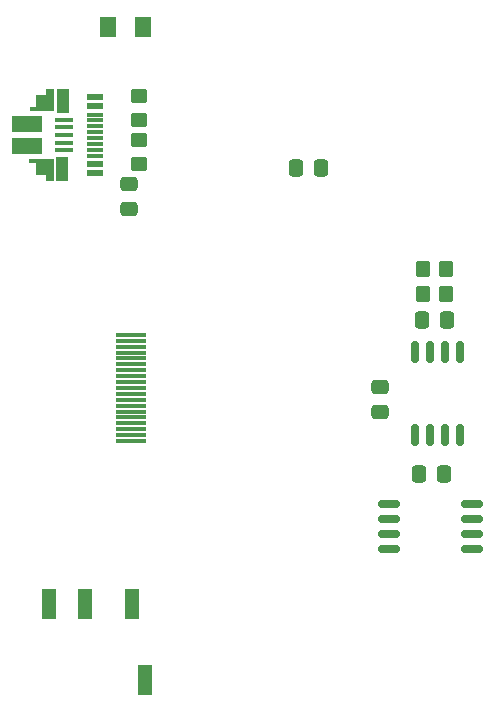
<source format=gtp>
G04 #@! TF.GenerationSoftware,KiCad,Pcbnew,6.0.11-2627ca5db0~126~ubuntu20.04.1*
G04 #@! TF.CreationDate,2024-04-17T12:53:05+05:00*
G04 #@! TF.ProjectId,16RPI24,31365250-4932-4342-9e6b-696361645f70,rev?*
G04 #@! TF.SameCoordinates,Original*
G04 #@! TF.FileFunction,Paste,Top*
G04 #@! TF.FilePolarity,Positive*
%FSLAX46Y46*%
G04 Gerber Fmt 4.6, Leading zero omitted, Abs format (unit mm)*
G04 Created by KiCad (PCBNEW 6.0.11-2627ca5db0~126~ubuntu20.04.1) date 2024-04-17 12:53:05*
%MOMM*%
%LPD*%
G01*
G04 APERTURE LIST*
G04 Aperture macros list*
%AMRoundRect*
0 Rectangle with rounded corners*
0 $1 Rounding radius*
0 $2 $3 $4 $5 $6 $7 $8 $9 X,Y pos of 4 corners*
0 Add a 4 corners polygon primitive as box body*
4,1,4,$2,$3,$4,$5,$6,$7,$8,$9,$2,$3,0*
0 Add four circle primitives for the rounded corners*
1,1,$1+$1,$2,$3*
1,1,$1+$1,$4,$5*
1,1,$1+$1,$6,$7*
1,1,$1+$1,$8,$9*
0 Add four rect primitives between the rounded corners*
20,1,$1+$1,$2,$3,$4,$5,0*
20,1,$1+$1,$4,$5,$6,$7,0*
20,1,$1+$1,$6,$7,$8,$9,0*
20,1,$1+$1,$8,$9,$2,$3,0*%
%AMOutline4P*
0 Free polygon, 4 corners , with rotation*
0 The origin of the aperture is its center*
0 number of corners: always 4*
0 $1 to $8 corner X, Y*
0 $9 Rotation angle, in degrees counterclockwise*
0 create outline with 4 corners*
4,1,4,$1,$2,$3,$4,$5,$6,$7,$8,$1,$2,$9*%
G04 Aperture macros list end*
%ADD10RoundRect,0.250000X-0.337500X-0.475000X0.337500X-0.475000X0.337500X0.475000X-0.337500X0.475000X0*%
%ADD11RoundRect,0.250000X0.337500X0.475000X-0.337500X0.475000X-0.337500X-0.475000X0.337500X-0.475000X0*%
%ADD12R,2.600000X0.300000*%
%ADD13RoundRect,0.250000X-0.475000X0.337500X-0.475000X-0.337500X0.475000X-0.337500X0.475000X0.337500X0*%
%ADD14R,1.200000X2.500000*%
%ADD15RoundRect,0.250000X-0.350000X-0.450000X0.350000X-0.450000X0.350000X0.450000X-0.350000X0.450000X0*%
%ADD16RoundRect,0.250001X-0.462499X-0.624999X0.462499X-0.624999X0.462499X0.624999X-0.462499X0.624999X0*%
%ADD17RoundRect,0.250000X-0.450000X0.350000X-0.450000X-0.350000X0.450000X-0.350000X0.450000X0.350000X0*%
%ADD18RoundRect,0.250000X0.450000X-0.350000X0.450000X0.350000X-0.450000X0.350000X-0.450000X-0.350000X0*%
%ADD19R,1.450000X0.600000*%
%ADD20R,1.450000X0.300000*%
%ADD21RoundRect,0.150000X0.150000X-0.800000X0.150000X0.800000X-0.150000X0.800000X-0.150000X-0.800000X0*%
%ADD22R,1.650000X0.400000*%
%ADD23R,1.825000X0.300000*%
%ADD24R,1.100000X2.000000*%
%ADD25Outline4P,-0.675000X-0.675000X0.675000X-0.675000X0.675000X0.675000X-0.675000X0.675000X270.000000*%
%ADD26R,2.500000X1.430000*%
%ADD27R,0.700000X1.825000*%
%ADD28RoundRect,0.250000X0.475000X-0.337500X0.475000X0.337500X-0.475000X0.337500X-0.475000X-0.337500X0*%
%ADD29RoundRect,0.150000X-0.800000X-0.150000X0.800000X-0.150000X0.800000X0.150000X-0.800000X0.150000X0*%
G04 APERTURE END LIST*
D10*
X60430500Y-55245000D03*
X62505500Y-55245000D03*
D11*
X62251500Y-68326000D03*
X60176500Y-68326000D03*
D12*
X35760000Y-65500000D03*
X35760000Y-65000000D03*
X35760000Y-64500000D03*
X35760000Y-64000000D03*
X35760000Y-63500000D03*
X35760000Y-63000000D03*
X35760000Y-62500000D03*
X35760000Y-62000000D03*
X35760000Y-61500000D03*
X35760000Y-61000000D03*
X35760000Y-60500000D03*
X35760000Y-60000000D03*
X35760000Y-59500000D03*
X35760000Y-59000000D03*
X35760000Y-58500000D03*
X35760000Y-58000000D03*
X35760000Y-57500000D03*
X35760000Y-57000000D03*
X35760000Y-56500000D03*
D13*
X35560000Y-43768100D03*
X35560000Y-45843100D03*
D14*
X31825000Y-79250000D03*
X28825000Y-79250000D03*
X36925000Y-85750000D03*
X35825000Y-79250000D03*
D15*
X60468000Y-53071000D03*
X62468000Y-53071000D03*
D10*
X49762500Y-42418000D03*
X51837500Y-42418000D03*
D16*
X33840500Y-30480000D03*
X36815500Y-30480000D03*
D17*
X36400000Y-40000000D03*
X36400000Y-42000000D03*
D18*
X36400000Y-38300000D03*
X36400000Y-36300000D03*
D19*
X32710000Y-36375000D03*
X32710000Y-37150000D03*
D20*
X32710000Y-37850000D03*
X32710000Y-38350000D03*
X32710000Y-38850000D03*
X32710000Y-39350000D03*
X32710000Y-39850000D03*
X32710000Y-40350000D03*
X32710000Y-40850000D03*
X32710000Y-41350000D03*
D19*
X32710000Y-42050000D03*
X32710000Y-42825000D03*
D21*
X59817000Y-64968000D03*
X61087000Y-64968000D03*
X62357000Y-64968000D03*
X63627000Y-64968000D03*
X63627000Y-57968000D03*
X62357000Y-57968000D03*
X61087000Y-57968000D03*
X59817000Y-57968000D03*
D22*
X30065000Y-38275000D03*
X30065000Y-38925000D03*
X30065000Y-39575000D03*
X30065000Y-40225000D03*
X30065000Y-40875000D03*
D23*
X28102460Y-37401118D03*
D24*
X29951000Y-42475000D03*
D23*
X28069735Y-41792427D03*
D25*
X28427000Y-36845000D03*
D26*
X26915000Y-38615000D03*
X26915000Y-40535000D03*
D27*
X28865000Y-42575000D03*
D25*
X28427000Y-42325000D03*
D24*
X29976400Y-36729800D03*
D27*
X28865000Y-36625000D03*
D28*
X56808273Y-63011758D03*
X56808273Y-60936758D03*
D29*
X57623674Y-70842817D03*
X57623674Y-72112817D03*
X57623674Y-73382817D03*
X57623674Y-74652817D03*
X64623674Y-74652817D03*
X64623674Y-73382817D03*
X64623674Y-72112817D03*
X64623674Y-70842817D03*
D15*
X60468000Y-50927000D03*
X62468000Y-50927000D03*
M02*

</source>
